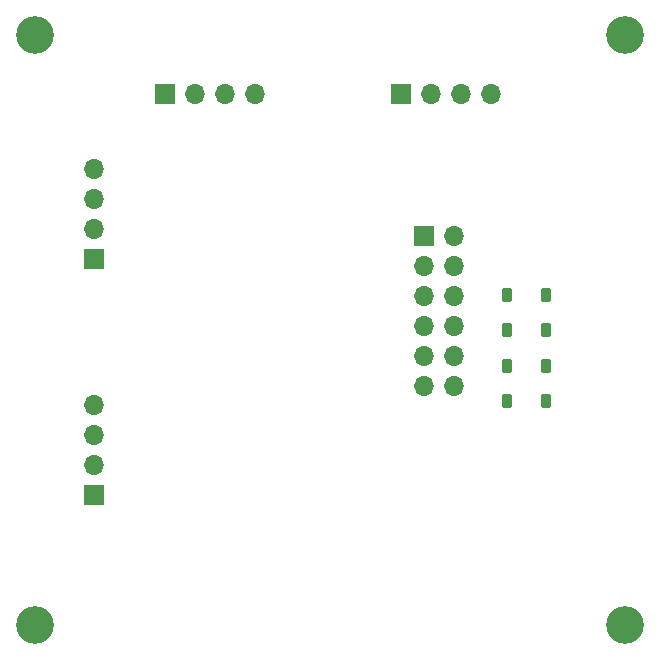
<source format=gbr>
%TF.GenerationSoftware,KiCad,Pcbnew,9.0.0*%
%TF.CreationDate,2025-03-24T14:11:43-07:00*%
%TF.ProjectId,SMRRC_PacketSerial,534d5252-435f-4506-9163-6b6574536572,n/c*%
%TF.SameCoordinates,Original*%
%TF.FileFunction,Soldermask,Top*%
%TF.FilePolarity,Negative*%
%FSLAX46Y46*%
G04 Gerber Fmt 4.6, Leading zero omitted, Abs format (unit mm)*
G04 Created by KiCad (PCBNEW 9.0.0) date 2025-03-24 14:11:43*
%MOMM*%
%LPD*%
G01*
G04 APERTURE LIST*
G04 Aperture macros list*
%AMRoundRect*
0 Rectangle with rounded corners*
0 $1 Rounding radius*
0 $2 $3 $4 $5 $6 $7 $8 $9 X,Y pos of 4 corners*
0 Add a 4 corners polygon primitive as box body*
4,1,4,$2,$3,$4,$5,$6,$7,$8,$9,$2,$3,0*
0 Add four circle primitives for the rounded corners*
1,1,$1+$1,$2,$3*
1,1,$1+$1,$4,$5*
1,1,$1+$1,$6,$7*
1,1,$1+$1,$8,$9*
0 Add four rect primitives between the rounded corners*
20,1,$1+$1,$2,$3,$4,$5,0*
20,1,$1+$1,$4,$5,$6,$7,0*
20,1,$1+$1,$6,$7,$8,$9,0*
20,1,$1+$1,$8,$9,$2,$3,0*%
G04 Aperture macros list end*
%ADD10R,1.700000X1.700000*%
%ADD11O,1.700000X1.700000*%
%ADD12C,3.200000*%
%ADD13RoundRect,0.225000X0.225000X0.375000X-0.225000X0.375000X-0.225000X-0.375000X0.225000X-0.375000X0*%
G04 APERTURE END LIST*
D10*
%TO.C,J5*%
X133000000Y-67000000D03*
D11*
X135540000Y-67000000D03*
X133000000Y-69540000D03*
X135540000Y-69540000D03*
X133000000Y-72080000D03*
X135540000Y-72080000D03*
X133000000Y-74620000D03*
X135540000Y-74620000D03*
X133000000Y-77160000D03*
X135540000Y-77160000D03*
X133000000Y-79700000D03*
X135540000Y-79700000D03*
%TD*%
D10*
%TO.C,J4*%
X105000000Y-69000000D03*
D11*
X105000000Y-66460000D03*
X105000000Y-63920000D03*
X105000000Y-61380000D03*
%TD*%
D10*
%TO.C,J3*%
X105000000Y-89000000D03*
D11*
X105000000Y-86460000D03*
X105000000Y-83920000D03*
X105000000Y-81380000D03*
%TD*%
D10*
%TO.C,J2*%
X131000000Y-55000000D03*
D11*
X133540000Y-55000000D03*
X136080000Y-55000000D03*
X138620000Y-55000000D03*
%TD*%
D10*
%TO.C,J1*%
X111000000Y-55000000D03*
D11*
X113540000Y-55000000D03*
X116080000Y-55000000D03*
X118620000Y-55000000D03*
%TD*%
D12*
%TO.C,H4*%
X100000000Y-50000000D03*
%TD*%
%TO.C,H3*%
X150000000Y-50000000D03*
%TD*%
%TO.C,H2*%
X150000000Y-100000000D03*
%TD*%
%TO.C,H1*%
X100000000Y-100000000D03*
%TD*%
D13*
%TO.C,D4*%
X143300000Y-81000000D03*
X140000000Y-81000000D03*
%TD*%
%TO.C,D3*%
X143300000Y-78000000D03*
X140000000Y-78000000D03*
%TD*%
%TO.C,D2*%
X143300000Y-75000000D03*
X140000000Y-75000000D03*
%TD*%
%TO.C,D1*%
X143300000Y-72000000D03*
X140000000Y-72000000D03*
%TD*%
M02*

</source>
